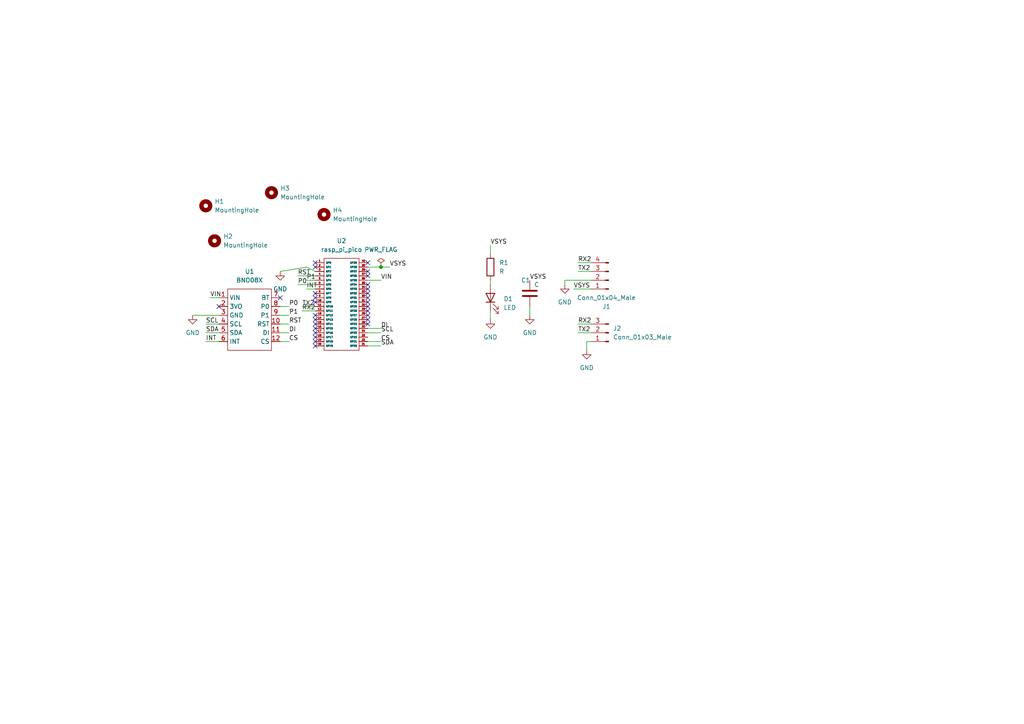
<source format=kicad_sch>
(kicad_sch (version 20211123) (generator eeschema)
  (paper "A4")
  (lib_symbols
    (symbol "BNO08X:BNO08X"
      (property "Reference" "U" (at 0 5.08 0))
      (property "Value" "BNO08X" (at 0 8.89 0))
      (symbol "BNO08X_0_1"
        (rectangle (start -6.35 7.62) (end 6.35 -10.16))
      )
      (symbol "BNO08X_1_1"
        (pin input line (at -8.89 5.08 0) (length 2.54) (name "VIN") (number "1"))
        (pin input line (at 8.89 -2.54 180) (length 2.54) (name "RST") (number "10"))
        (pin input line (at 8.89 -5.08 180) (length 2.54) (name "DI") (number "11"))
        (pin input line (at 8.89 -7.62 180) (length 2.54) (name "CS") (number "12"))
        (pin input line (at -8.89 2.54 0) (length 2.54) (name "3VO") (number "2"))
        (pin input line (at -8.89 0 0) (length 2.54) (name "GND") (number "3"))
        (pin input line (at -8.89 -2.54 0) (length 2.54) (name "SCL") (number "4"))
        (pin input line (at -8.89 -5.08 0) (length 2.54) (name "SDA") (number "5"))
        (pin input line (at -8.89 -7.62 0) (length 2.54) (name "INT") (number "6"))
        (pin input line (at 8.89 5.08 180) (length 2.54) (name "BT") (number "7"))
        (pin input line (at 8.89 2.54 180) (length 2.54) (name "P0") (number "8"))
        (pin input line (at 8.89 0 180) (length 2.54) (name "P1") (number "9"))
      )
    )
    (symbol "Connector:Conn_01x03_Male" (pin_names (offset 1.016) hide)
      (property "Reference" "J" (at 0 5.08 0))
      (property "Value" "Conn_01x03_Male" (at 0 -5.08 0))
      (symbol "Conn_01x03_Male_1_1"
        (polyline (pts (xy 1.27 -2.54) (xy 0.8636 -2.54)) (stroke (width 0.1524)))
        (polyline (pts (xy 1.27 0) (xy 0.8636 0)) (stroke (width 0.1524)))
        (polyline (pts (xy 1.27 2.54) (xy 0.8636 2.54)) (stroke (width 0.1524)))
        (rectangle (start 0.8636 -2.413) (end 0 -2.667) (stroke (width 0.1524)) (fill (type outline)))
        (rectangle (start 0.8636 0.127) (end 0 -0.127) (stroke (width 0.1524)) (fill (type outline)))
        (rectangle (start 0.8636 2.667) (end 0 2.413) (stroke (width 0.1524)) (fill (type outline)))
        (pin passive line (at 5.08 2.54 180) (length 3.81) (name "Pin_1") (number "1"))
        (pin passive line (at 5.08 0 180) (length 3.81) (name "Pin_2") (number "2"))
        (pin passive line (at 5.08 -2.54 180) (length 3.81) (name "Pin_3") (number "3"))
      )
    )
    (symbol "Connector:Conn_01x04_Male" (pin_names (offset 1.016) hide)
      (property "Reference" "J" (at 0 5.08 0))
      (property "Value" "Conn_01x04_Male" (at 0 -7.62 0))
      (symbol "Conn_01x04_Male_1_1"
        (polyline (pts (xy 1.27 -5.08) (xy 0.8636 -5.08)) (stroke (width 0.1524)))
        (polyline (pts (xy 1.27 -2.54) (xy 0.8636 -2.54)) (stroke (width 0.1524)))
        (polyline (pts (xy 1.27 0) (xy 0.8636 0)) (stroke (width 0.1524)))
        (polyline (pts (xy 1.27 2.54) (xy 0.8636 2.54)) (stroke (width 0.1524)))
        (rectangle (start 0.8636 -4.953) (end 0 -5.207) (stroke (width 0.1524)) (fill (type outline)))
        (rectangle (start 0.8636 -2.413) (end 0 -2.667) (stroke (width 0.1524)) (fill (type outline)))
        (rectangle (start 0.8636 0.127) (end 0 -0.127) (stroke (width 0.1524)) (fill (type outline)))
        (rectangle (start 0.8636 2.667) (end 0 2.413) (stroke (width 0.1524)) (fill (type outline)))
        (pin passive line (at 5.08 2.54 180) (length 3.81) (name "Pin_1") (number "1"))
        (pin passive line (at 5.08 0 180) (length 3.81) (name "Pin_2") (number "2"))
        (pin passive line (at 5.08 -2.54 180) (length 3.81) (name "Pin_3") (number "3"))
        (pin passive line (at 5.08 -5.08 180) (length 3.81) (name "Pin_4") (number "4"))
      )
    )
    (symbol "Device:C" (pin_numbers hide) (pin_names (offset 0.254))
      (property "Reference" "C" (at 0.635 2.54 0))
      (property "Value" "C" (at 0.635 -2.54 0))
      (symbol "C_0_1"
        (polyline (pts (xy -2.032 -0.762) (xy 2.032 -0.762)) (stroke (width 0.508)))
        (polyline (pts (xy -2.032 0.762) (xy 2.032 0.762)) (stroke (width 0.508)))
      )
      (symbol "C_1_1"
        (pin passive line (at 0 3.81 270) (length 2.794) (name "~") (number "1"))
        (pin passive line (at 0 -3.81 90) (length 2.794) (name "~") (number "2"))
      )
    )
    (symbol "Device:LED" (pin_numbers hide) (pin_names (offset 1.016) hide)
      (property "Reference" "D" (at 0 2.54 0))
      (property "Value" "LED" (at 0 -2.54 0))
      (symbol "LED_0_1"
        (polyline (pts (xy -1.27 -1.27) (xy -1.27 1.27)) (stroke (width 0.254)))
        (polyline (pts (xy -1.27 0) (xy 1.27 0)))
        (polyline (pts (xy 1.27 -1.27) (xy 1.27 1.27) (xy -1.27 0) (xy 1.27 -1.27)) (stroke (width 0.254)))
        (polyline (pts (xy -3.048 -0.762) (xy -4.572 -2.286) (xy -3.81 -2.286) (xy -4.572 -2.286) (xy -4.572 -1.524)))
        (polyline (pts (xy -1.778 -0.762) (xy -3.302 -2.286) (xy -2.54 -2.286) (xy -3.302 -2.286) (xy -3.302 -1.524)))
      )
      (symbol "LED_1_1"
        (pin passive line (at -3.81 0 0) (length 2.54) (name "K") (number "1"))
        (pin passive line (at 3.81 0 180) (length 2.54) (name "A") (number "2"))
      )
    )
    (symbol "Device:R" (pin_numbers hide) (pin_names (offset 0))
      (property "Reference" "R" (at 2.032 0 90))
      (property "Value" "R" (at 0 0 90))
      (symbol "R_0_1"
        (rectangle (start -1.016 -2.54) (end 1.016 2.54) (stroke (width 0.254)))
      )
      (symbol "R_1_1"
        (pin passive line (at 0 3.81 270) (length 1.27) (name "~") (number "1"))
        (pin passive line (at 0 -3.81 90) (length 1.27) (name "~") (number "2"))
      )
    )
    (symbol "Mechanical:MountingHole" (pin_names (offset 1.016))
      (property "Reference" "H" (at 0 5.08 0))
      (property "Value" "MountingHole" (at 0 3.175 0))
      (symbol "MountingHole_0_1"
        (circle (center 0 0) (radius 1.27) (stroke (width 1.27)))
      )
    )
    (symbol "power:GND" (power) (pin_names (offset 0))
      (property "Value" "GND" (at 0 -3.81 0))
      (symbol "GND_0_1"
        (polyline (pts (xy 0 0) (xy 0 -1.27) (xy 1.27 -1.27) (xy 0 -2.54) (xy -1.27 -1.27) (xy 0 -1.27)))
      )
      (symbol "GND_1_1"
        (pin power_in line (at 0 0 270) (length 0) hide (name "GND") (number "1"))
      )
    )
    (symbol "power:PWR_FLAG" (power) (pin_numbers hide) (pin_names (offset 0) hide)
      (property "Value" "PWR_FLAG" (at 0 3.81 0))
      (symbol "PWR_FLAG_0_0"
        (pin power_out line (at 0 0 90) (length 0) (name "pwr") (number "1"))
      )
      (symbol "PWR_FLAG_0_1"
        (polyline (pts (xy 0 0) (xy 0 1.27) (xy -1.016 1.905) (xy 0 2.54) (xy 1.016 1.905) (xy 0 1.27)))
      )
    )
    (symbol "raspberry_pi_pico:rasp_pi_pico"
      (property "Reference" "U" (at -6.35 13.97 0))
      (property "Value" "rasp_pi_pico" (at 3.81 -15.24 0))
      (symbol "rasp_pi_pico_0_1"
        (rectangle (start -11.43 13.97) (end -1.27 -12.7))
      )
      (symbol "rasp_pi_pico_1_1"
        (pin bidirectional line (at -13.97 12.7 0) (length 2.54) (name "GP0") (number "1"))
        (pin bidirectional line (at -13.97 1.27 0) (length 2.54) (name "GP9") (number "10"))
        (pin bidirectional line (at -13.97 0 0) (length 2.54) (name "GP10") (number "11"))
        (pin bidirectional line (at -13.97 -1.27 0) (length 2.54) (name "GP11") (number "12"))
        (pin bidirectional line (at -13.97 -2.54 0) (length 2.54) (name "GP12") (number "13"))
        (pin bidirectional line (at -13.97 -3.81 0) (length 2.54) (name "GP13") (number "14"))
        (pin bidirectional line (at -13.97 -5.08 0) (length 2.54) (name "GP14") (number "15"))
        (pin bidirectional line (at -13.97 -6.35 0) (length 2.54) (name "GP15") (number "16"))
        (pin bidirectional line (at -13.97 -7.62 0) (length 2.54) (name "GP16") (number "17"))
        (pin bidirectional line (at -13.97 -8.89 0) (length 2.54) (name "GP17") (number "18"))
        (pin bidirectional line (at -13.97 -10.16 0) (length 2.54) (name "GP18") (number "19"))
        (pin bidirectional line (at -13.97 11.43 0) (length 2.54) (name "GP1") (number "2"))
        (pin bidirectional line (at -13.97 -11.43 0) (length 2.54) (name "GP19") (number "20"))
        (pin bidirectional line (at 1.27 -11.43 180) (length 2.54) (name "GP20") (number "21"))
        (pin bidirectional line (at 1.27 -10.16 180) (length 2.54) (name "GP21") (number "22"))
        (pin bidirectional line (at 1.27 -8.89 180) (length 2.54) (name "GP22") (number "23"))
        (pin bidirectional line (at 1.27 -7.62 180) (length 2.54) (name "GP23") (number "24"))
        (pin bidirectional line (at 1.27 -6.35 180) (length 2.54) (name "GP24") (number "25"))
        (pin bidirectional line (at 1.27 -5.08 180) (length 2.54) (name "GP25") (number "26"))
        (pin bidirectional line (at 1.27 -3.81 180) (length 2.54) (name "GP26") (number "27"))
        (pin bidirectional line (at 1.27 -2.54 180) (length 2.54) (name "GP27") (number "28"))
        (pin bidirectional line (at 1.27 -1.27 180) (length 2.54) (name "GP28") (number "29"))
        (pin bidirectional line (at -13.97 10.16 0) (length 2.54) (name "GP2") (number "3"))
        (pin bidirectional line (at 1.27 0 180) (length 2.54) (name "GP29") (number "30"))
        (pin bidirectional line (at 1.27 1.27 180) (length 2.54) (name "GP30") (number "31"))
        (pin bidirectional line (at 1.27 2.54 180) (length 2.54) (name "GP31") (number "32"))
        (pin bidirectional line (at 1.27 3.81 180) (length 2.54) (name "GP32") (number "33"))
        (pin bidirectional line (at 1.27 5.08 180) (length 2.54) (name "GP33") (number "34"))
        (pin bidirectional line (at 1.27 6.35 180) (length 2.54) (name "GP34") (number "35"))
        (pin bidirectional line (at 1.27 7.62 180) (length 2.54) (name "GP35") (number "36"))
        (pin bidirectional line (at 1.27 8.89 180) (length 2.54) (name "GP36") (number "37"))
        (pin bidirectional line (at 1.27 10.16 180) (length 2.54) (name "GP37") (number "38"))
        (pin bidirectional line (at 1.27 11.43 180) (length 2.54) (name "GP38") (number "39"))
        (pin bidirectional line (at -13.97 8.89 0) (length 2.54) (name "GP3") (number "4"))
        (pin bidirectional line (at 1.27 12.7 180) (length 2.54) (name "GP39") (number "40"))
        (pin bidirectional line (at -13.97 7.62 0) (length 2.54) (name "GP4") (number "5"))
        (pin bidirectional line (at -13.97 6.35 0) (length 2.54) (name "GP5") (number "6"))
        (pin bidirectional line (at -13.97 5.08 0) (length 2.54) (name "GP6") (number "7"))
        (pin bidirectional line (at -13.97 3.81 0) (length 2.54) (name "GP7") (number "8"))
        (pin bidirectional line (at -13.97 2.54 0) (length 2.54) (name "GP8") (number "9"))
      )
    )
  )
  (junction (at 110.49 77.47))
  (no_connect (at 106.68 93.98))
  (no_connect (at 106.68 92.71))
  (no_connect (at 106.68 91.44))
  (no_connect (at 106.68 90.17))
  (no_connect (at 106.68 88.9))
  (no_connect (at 106.68 87.63))
  (no_connect (at 91.44 76.2))
  (no_connect (at 91.44 77.47))
  (no_connect (at 91.44 85.09))
  (no_connect (at 91.44 86.36))
  (no_connect (at 91.44 87.63))
  (no_connect (at 91.44 97.79))
  (no_connect (at 91.44 99.06))
  (no_connect (at 91.44 100.33))
  (no_connect (at 91.44 91.44))
  (no_connect (at 91.44 92.71))
  (no_connect (at 91.44 93.98))
  (no_connect (at 91.44 95.25))
  (no_connect (at 91.44 96.52))
  (no_connect (at 106.68 76.2))
  (no_connect (at 106.68 80.01))
  (no_connect (at 106.68 78.74))
  (no_connect (at 106.68 86.36))
  (no_connect (at 106.68 85.09))
  (no_connect (at 106.68 83.82))
  (no_connect (at 106.68 82.55))
  (no_connect (at 63.5 88.9))
  (no_connect (at 81.28 86.36))
  (wire (pts (xy 167.64 96.52) (xy 171.45 96.52)))
  (wire (pts (xy 83.82 91.44) (xy 81.28 91.44)))
  (wire (pts (xy 163.83 81.28) (xy 171.45 81.28)))
  (wire (pts (xy 142.24 81.28) (xy 142.24 82.55)))
  (wire (pts (xy 59.69 93.98) (xy 63.5 93.98)))
  (wire (pts (xy 167.64 76.2) (xy 171.45 76.2)))
  (wire (pts (xy 88.9 83.82) (xy 91.44 83.82)))
  (wire (pts (xy 83.82 93.98) (xy 81.28 93.98)))
  (wire (pts (xy 83.82 96.52) (xy 81.28 96.52)))
  (wire (pts (xy 167.64 78.74) (xy 171.45 78.74)))
  (wire (pts (xy 110.49 81.28) (xy 106.68 81.28)))
  (wire (pts (xy 110.49 77.47) (xy 106.68 77.47)))
  (wire (pts (xy 55.88 91.44) (xy 63.5 91.44)))
  (wire (pts (xy 113.03 77.47) (xy 110.49 77.47)))
  (wire (pts (xy 83.82 99.06) (xy 81.28 99.06)))
  (wire (pts (xy 59.69 99.06) (xy 63.5 99.06)))
  (wire (pts (xy 86.36 82.55) (xy 91.44 82.55)))
  (wire (pts (xy 88.9 77.47) (xy 91.44 78.74)))
  (wire (pts (xy 110.49 96.52) (xy 106.68 96.52)))
  (wire (pts (xy 87.63 90.17) (xy 91.44 90.17)))
  (wire (pts (xy 170.18 99.06) (xy 171.45 99.06)))
  (wire (pts (xy 110.49 100.33) (xy 106.68 100.33)))
  (wire (pts (xy 142.24 71.12) (xy 142.24 73.66)))
  (wire (pts (xy 110.49 99.06) (xy 106.68 99.06)))
  (wire (pts (xy 86.36 80.01) (xy 91.44 80.01)))
  (wire (pts (xy 166.37 83.82) (xy 171.45 83.82)))
  (wire (pts (xy 142.24 92.71) (xy 142.24 90.17)))
  (wire (pts (xy 59.69 96.52) (xy 63.5 96.52)))
  (wire (pts (xy 167.64 93.98) (xy 171.45 93.98)))
  (wire (pts (xy 153.67 88.9) (xy 153.67 91.44)))
  (wire (pts (xy 170.18 101.6) (xy 170.18 99.06)))
  (wire (pts (xy 110.49 95.25) (xy 106.68 95.25)))
  (wire (pts (xy 60.96 86.36) (xy 63.5 86.36)))
  (wire (pts (xy 83.82 88.9) (xy 81.28 88.9)))
  (wire (pts (xy 163.83 82.55) (xy 163.83 81.28)))
  (wire (pts (xy 88.9 77.47) (xy 81.28 78.74)))
  (wire (pts (xy 88.9 81.28) (xy 91.44 81.28)))
  (wire (pts (xy 87.63 88.9) (xy 91.44 88.9)))
  (label "P0" (at 83.82 88.9 0))
  (label "TX2" (at 167.64 96.52 0))
  (label "DI" (at 110.49 95.25 0))
  (label "TX2" (at 167.64 78.74 0))
  (label "SDA" (at 110.49 100.33 0))
  (label "INT" (at 59.69 99.06 0))
  (label "P1" (at 88.9 81.28 0))
  (label "RX2" (at 87.63 90.17 0))
  (label "VIN" (at 60.96 86.36 0))
  (label "TX2" (at 87.63 88.9 0))
  (label "P0" (at 86.36 82.55 0))
  (label "VIN" (at 110.49 81.28 0))
  (label "INT" (at 88.9 83.82 0))
  (label "DI" (at 83.82 96.52 0))
  (label "SDA" (at 59.69 96.52 0))
  (label "RX2" (at 167.64 76.2 0))
  (label "CS" (at 110.49 99.06 0))
  (label "VSYS" (at 153.67 81.28 0))
  (label "SCL" (at 59.69 93.98 0))
  (label "VSYS" (at 142.24 71.12 0))
  (label "P1" (at 83.82 91.44 0))
  (label "SCL" (at 110.49 96.52 0))
  (label "VSYS" (at 113.03 77.47 0))
  (label "RST" (at 83.82 93.98 0))
  (label "VSYS" (at 166.37 83.82 0))
  (label "RX2" (at 167.64 93.98 0))
  (label "RST" (at 86.36 80.01 0))
  (label "CS" (at 83.82 99.06 0))
  (symbol (lib_id "power:GND") (at 163.83 82.55 0) (unit 1)
    (property "Reference" "#PWR04" (effects hide))
    (property "Value" "GND" (at 163.83 87.63 0))
  )
  (symbol (lib_id "power:GND") (at 55.88 91.44 0) (unit 1)
    (property "Reference" "#PWR01" (effects hide))
    (property "Value" "GND" (at 55.88 96.52 0))
  )
  (symbol (lib_id "power:GND") (at 81.28 78.74 0) (unit 1)
    (property "Reference" "#PWR02" (effects hide))
    (property "Value" "GND" (at 81.28 83.82 0))
  )
  (symbol (lib_id "raspberry_pi_pico:rasp_pi_pico") (at 105.41 88.9 0) (unit 1)
    (property "Reference" "U2" (at 99.06 69.85 0))
    (property "Value" "rasp_pi_pico" (at 99.06 72.39 0))
    (property "Footprint" "Rasp_pi_pico:Rasp_pi_pico" (effects hide))
  )
  (symbol (lib_id "Device:R") (at 142.24 77.47 0) (unit 1)
    (property "Reference" "R1" (at 144.78 76.1999 0) (effects (justify left)))
    (property "Value" "R" (at 144.78 78.7399 0) (effects (justify left)))
    (property "Footprint" "MY_LIB:Resistor_small" (effects hide))
  )
  (symbol (lib_id "Connector:Conn_01x04_Male") (at 176.53 81.28 180) (unit 1)
    (property "Reference" "J1" (at 175.895 88.9 0))
    (property "Value" "Conn_01x04_Male" (at 175.895 86.36 0))
    (property "Footprint" "MY_LIB:jst_4" (effects hide))
  )
  (symbol (lib_id "Mechanical:MountingHole") (at 59.69 59.69 0) (unit 1)
    (property "Reference" "H1" (at 62.23 58.4199 0) (effects (justify left)))
    (property "Value" "MountingHole" (at 62.23 60.9599 0) (effects (justify left)))
    (property "Footprint" "MountingHole:MountingHole_2.5mm" (effects hide))
  )
  (symbol (lib_id "BNO08X:BNO08X") (at 72.39 91.44 0) (unit 1)
    (property "Reference" "U1" (at 72.39 78.74 0))
    (property "Value" "BNO08X" (at 72.39 81.28 0))
    (property "Footprint" "IMU:BNO08X" (effects hide))
  )
  (symbol (lib_id "Device:LED") (at 142.24 86.36 90) (unit 1)
    (property "Reference" "D1" (at 146.05 86.6774 90) (effects (justify right)))
    (property "Value" "LED" (at 146.05 89.2174 90) (effects (justify right)))
    (property "Footprint" "MY_LIB:LED_D3.0mm" (effects hide))
  )
  (symbol (lib_id "power:PWR_FLAG") (at 110.49 77.47 0) (unit 1)
    (property "Reference" "#FLG0102" (effects hide))
    (property "Value" "PWR_FLAG" (at 110.49 72.39 0))
  )
  (symbol (lib_id "power:GND") (at 170.18 101.6 0) (unit 1)
    (property "Reference" "#PWR05" (effects hide))
    (property "Value" "GND" (at 170.18 106.68 0))
  )
  (symbol (lib_id "power:GND") (at 153.67 91.44 0) (unit 1)
    (property "Reference" "#PWR03" (effects hide))
    (property "Value" "GND" (at 153.67 96.52 0))
  )
  (symbol (lib_id "power:GND") (at 142.24 92.71 0) (unit 1)
    (property "Reference" "#PWR0101" (effects hide))
    (property "Value" "GND" (at 142.24 97.79 0))
  )
  (symbol (lib_id "Connector:Conn_01x03_Male") (at 176.53 96.52 180) (unit 1)
    (property "Reference" "J2" (at 177.8 95.2499 0) (effects (justify right)))
    (property "Value" "Conn_01x03_Male" (at 177.8 97.7899 0) (effects (justify right)))
    (property "Footprint" "JST _1X03:1X03" (effects hide))
  )
  (symbol (lib_id "Device:C") (at 153.67 85.09 0) (unit 1)
    (property "Reference" "C1" (at 151.13 81.28 0) (effects (justify left)))
    (property "Value" "C" (at 154.94 82.55 0) (effects (justify left)))
    (property "Footprint" "MY_LIB:Capacitor_Disc_Small" (effects hide))
  )
  (symbol (lib_id "Mechanical:MountingHole") (at 78.74 55.88 0) (unit 1)
    (property "Reference" "H3" (at 81.28 54.6099 0) (effects (justify left)))
    (property "Value" "MountingHole" (at 81.28 57.1499 0) (effects (justify left)))
    (property "Footprint" "MountingHole:MountingHole_2.5mm" (effects hide))
  )
  (symbol (lib_id "Mechanical:MountingHole") (at 62.23 69.85 0) (unit 1)
    (property "Reference" "H2" (at 64.77 68.5799 0) (effects (justify left)))
    (property "Value" "MountingHole" (at 64.77 71.1199 0) (effects (justify left)))
    (property "Footprint" "MountingHole:MountingHole_2.5mm" (effects hide))
  )
  (symbol (lib_id "Mechanical:MountingHole") (at 93.98 62.23 0) (unit 1)
    (property "Reference" "H4" (at 96.52 60.9599 0) (effects (justify left)))
    (property "Value" "MountingHole" (at 96.52 63.4999 0) (effects (justify left)))
    (property "Footprint" "MountingHole:MountingHole_2.5mm" (effects hide))
  )
)
</source>
